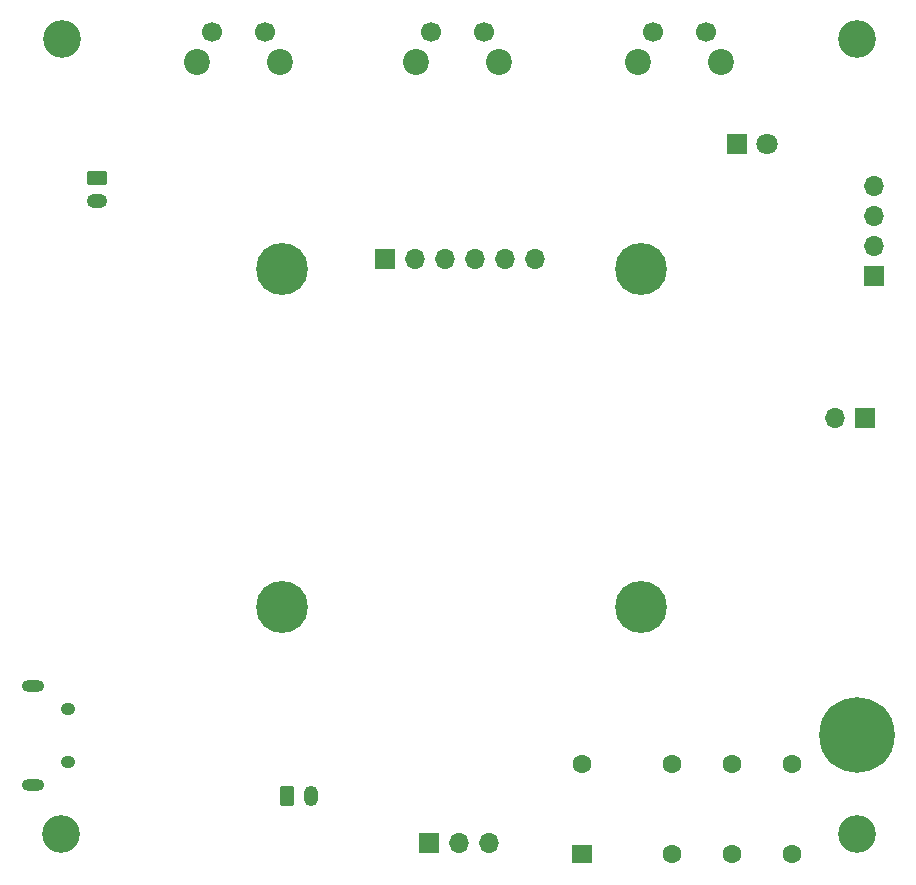
<source format=gbs>
%TF.GenerationSoftware,KiCad,Pcbnew,(6.0.7)*%
%TF.CreationDate,2022-11-10T16:47:27-05:00*%
%TF.ProjectId,_HW_HandyRadio_,5f48575f-4861-46e6-9479-526164696f5f,rev?*%
%TF.SameCoordinates,Original*%
%TF.FileFunction,Soldermask,Bot*%
%TF.FilePolarity,Negative*%
%FSLAX46Y46*%
G04 Gerber Fmt 4.6, Leading zero omitted, Abs format (unit mm)*
G04 Created by KiCad (PCBNEW (6.0.7)) date 2022-11-10 16:47:27*
%MOMM*%
%LPD*%
G01*
G04 APERTURE LIST*
G04 Aperture macros list*
%AMRoundRect*
0 Rectangle with rounded corners*
0 $1 Rounding radius*
0 $2 $3 $4 $5 $6 $7 $8 $9 X,Y pos of 4 corners*
0 Add a 4 corners polygon primitive as box body*
4,1,4,$2,$3,$4,$5,$6,$7,$8,$9,$2,$3,0*
0 Add four circle primitives for the rounded corners*
1,1,$1+$1,$2,$3*
1,1,$1+$1,$4,$5*
1,1,$1+$1,$6,$7*
1,1,$1+$1,$8,$9*
0 Add four rect primitives between the rounded corners*
20,1,$1+$1,$2,$3,$4,$5,0*
20,1,$1+$1,$4,$5,$6,$7,0*
20,1,$1+$1,$6,$7,$8,$9,0*
20,1,$1+$1,$8,$9,$2,$3,0*%
G04 Aperture macros list end*
%ADD10C,3.200000*%
%ADD11RoundRect,0.250000X-0.625000X0.350000X-0.625000X-0.350000X0.625000X-0.350000X0.625000X0.350000X0*%
%ADD12O,1.750000X1.200000*%
%ADD13C,2.200000*%
%ADD14C,1.700000*%
%ADD15C,0.800000*%
%ADD16C,6.400000*%
%ADD17O,1.900000X1.000000*%
%ADD18O,1.250000X1.050000*%
%ADD19C,4.400000*%
%ADD20R,1.700000X1.700000*%
%ADD21O,1.700000X1.700000*%
%ADD22R,1.800000X1.800000*%
%ADD23C,1.800000*%
%ADD24C,1.600000*%
%ADD25R,1.800000X1.600000*%
%ADD26RoundRect,0.250000X-0.350000X-0.625000X0.350000X-0.625000X0.350000X0.625000X-0.350000X0.625000X0*%
%ADD27O,1.200000X1.750000*%
G04 APERTURE END LIST*
D10*
X186608534Y-176537466D03*
D11*
X189648000Y-120920000D03*
D12*
X189648000Y-122920000D03*
D10*
X254045534Y-176537466D03*
D13*
X198176000Y-111137000D03*
X205176000Y-111137000D03*
D14*
X199426000Y-108637000D03*
X203926000Y-108637000D03*
D10*
X186727000Y-109220000D03*
D15*
X252302944Y-169845056D03*
X256400000Y-168148000D03*
X252302944Y-166450944D03*
D16*
X254000000Y-168148000D03*
D15*
X254000000Y-170548000D03*
X255697056Y-166450944D03*
X251600000Y-168148000D03*
X254000000Y-165748000D03*
X255697056Y-169845056D03*
D17*
X184259800Y-163975300D03*
X184259800Y-172325300D03*
D18*
X187259800Y-165925300D03*
X187259800Y-170375300D03*
D19*
X205359000Y-157242000D03*
X235749000Y-157242000D03*
X205359000Y-128667000D03*
X235749000Y-128667000D03*
D10*
X254045534Y-109227466D03*
D20*
X217783450Y-177292000D03*
D21*
X220323450Y-177292000D03*
X222863450Y-177292000D03*
D13*
X242514000Y-111137000D03*
X235514000Y-111137000D03*
D14*
X236764000Y-108637000D03*
X241264000Y-108637000D03*
D20*
X254677000Y-141290800D03*
D21*
X252137000Y-141290800D03*
D22*
X243835000Y-118110000D03*
D23*
X246375000Y-118110000D03*
D20*
X214026100Y-127809958D03*
D21*
X216566100Y-127809958D03*
X219106100Y-127809958D03*
X221646100Y-127809958D03*
X224186100Y-127809958D03*
X226726100Y-127809958D03*
D24*
X238324500Y-178235500D03*
X243404500Y-178235500D03*
X248484500Y-178235500D03*
X238324500Y-170615500D03*
X243404500Y-170615500D03*
X248484500Y-170615500D03*
D25*
X230704500Y-178235500D03*
D24*
X230704500Y-170615500D03*
D13*
X223718000Y-111137000D03*
X216718000Y-111137000D03*
D14*
X217968000Y-108637000D03*
X222468000Y-108637000D03*
D20*
X255434000Y-129241200D03*
D21*
X255434000Y-126701200D03*
X255434000Y-124161200D03*
X255434000Y-121621200D03*
D26*
X205756000Y-173318000D03*
D27*
X207756000Y-173318000D03*
M02*

</source>
